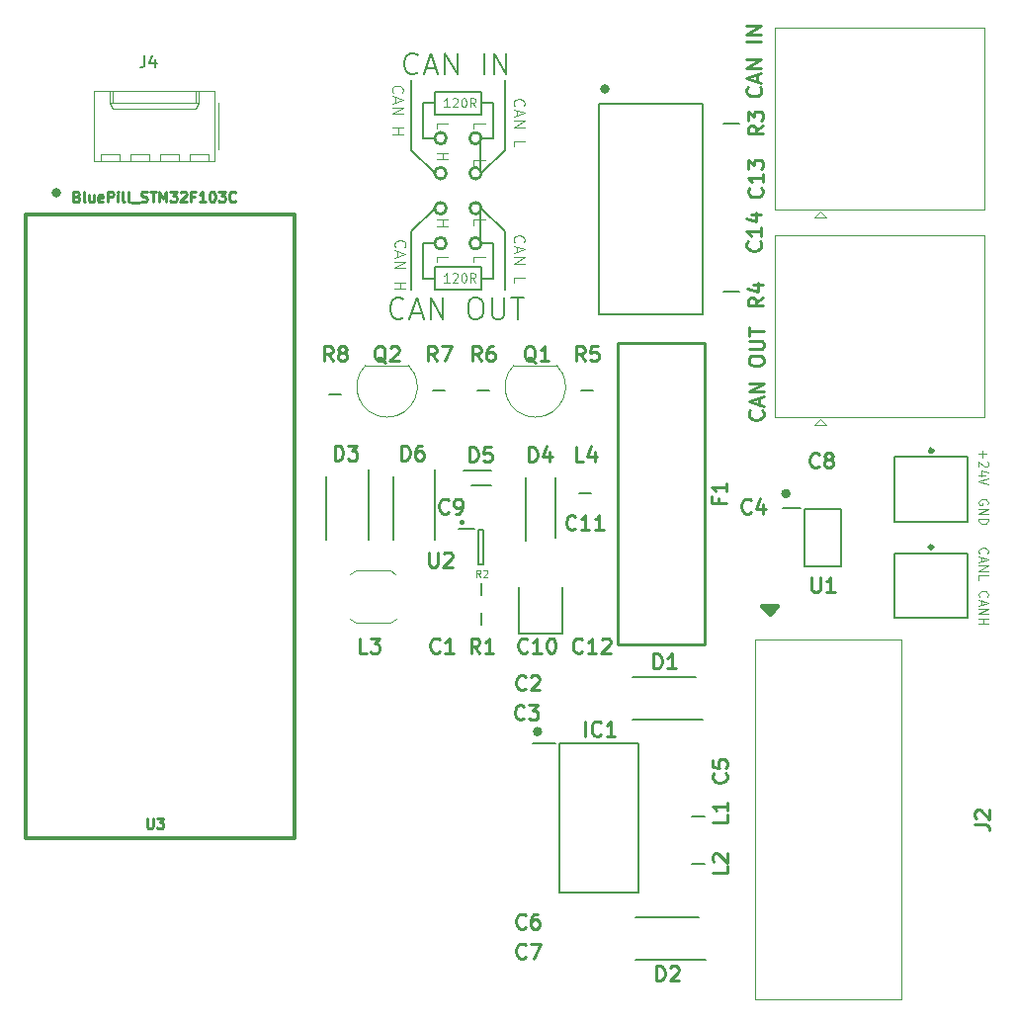
<source format=gbr>
G04 #@! TF.GenerationSoftware,KiCad,Pcbnew,5.0.2-bee76a0~70~ubuntu18.04.1*
G04 #@! TF.CreationDate,2019-11-25T15:04:39+01:00*
G04 #@! TF.ProjectId,RS232CInterface.kicad_pcb,52533233-3243-4496-9e74-657266616365,rev?*
G04 #@! TF.SameCoordinates,Original*
G04 #@! TF.FileFunction,Legend,Top*
G04 #@! TF.FilePolarity,Positive*
%FSLAX46Y46*%
G04 Gerber Fmt 4.6, Leading zero omitted, Abs format (unit mm)*
G04 Created by KiCad (PCBNEW 5.0.2-bee76a0~70~ubuntu18.04.1) date Mon 25 Nov 2019 03:04:39 PM CET*
%MOMM*%
%LPD*%
G01*
G04 APERTURE LIST*
%ADD10C,0.400000*%
%ADD11C,0.080000*%
%ADD12C,0.200000*%
%ADD13C,0.101600*%
%ADD14C,0.254000*%
%ADD15C,0.150000*%
%ADD16C,0.193040*%
%ADD17C,0.081280*%
%ADD18C,0.304800*%
%ADD19C,0.120000*%
%ADD20C,0.300000*%
%ADD21C,0.127000*%
%ADD22C,0.100000*%
%ADD23C,0.222250*%
G04 APERTURE END LIST*
D10*
X170307000Y-83439000D02*
X170307000Y-82804000D01*
X170942000Y-82804000D02*
X170307000Y-83439000D01*
X169672000Y-82804000D02*
X170942000Y-82804000D01*
X170307000Y-83439000D02*
X169672000Y-82804000D01*
X143891000Y-75565000D02*
G75*
G03X143891000Y-75565000I0J0D01*
G01*
X171904000Y-73152000D02*
G75*
G03X171904000Y-73152000I-200000J0D01*
G01*
X150631500Y-93535500D02*
G75*
G03X150631500Y-93535500I-200000J0D01*
G01*
X156410000Y-38481000D02*
G75*
G03X156410000Y-38481000I-200000J0D01*
G01*
D11*
X188309285Y-81997666D02*
X188271190Y-81959571D01*
X188233095Y-81845285D01*
X188233095Y-81769095D01*
X188271190Y-81654809D01*
X188347380Y-81578619D01*
X188423571Y-81540523D01*
X188575952Y-81502428D01*
X188690238Y-81502428D01*
X188842619Y-81540523D01*
X188918809Y-81578619D01*
X188995000Y-81654809D01*
X189033095Y-81769095D01*
X189033095Y-81845285D01*
X188995000Y-81959571D01*
X188956904Y-81997666D01*
X188461666Y-82302428D02*
X188461666Y-82683380D01*
X188233095Y-82226238D02*
X189033095Y-82492904D01*
X188233095Y-82759571D01*
X188233095Y-83026238D02*
X189033095Y-83026238D01*
X188233095Y-83483380D01*
X189033095Y-83483380D01*
X188233095Y-83864333D02*
X189033095Y-83864333D01*
X188652142Y-83864333D02*
X188652142Y-84321476D01*
X188233095Y-84321476D02*
X189033095Y-84321476D01*
X188309285Y-78282904D02*
X188271190Y-78244809D01*
X188233095Y-78130523D01*
X188233095Y-78054333D01*
X188271190Y-77940047D01*
X188347380Y-77863857D01*
X188423571Y-77825761D01*
X188575952Y-77787666D01*
X188690238Y-77787666D01*
X188842619Y-77825761D01*
X188918809Y-77863857D01*
X188995000Y-77940047D01*
X189033095Y-78054333D01*
X189033095Y-78130523D01*
X188995000Y-78244809D01*
X188956904Y-78282904D01*
X188461666Y-78587666D02*
X188461666Y-78968619D01*
X188233095Y-78511476D02*
X189033095Y-78778142D01*
X188233095Y-79044809D01*
X188233095Y-79311476D02*
X189033095Y-79311476D01*
X188233095Y-79768619D01*
X189033095Y-79768619D01*
X188233095Y-80530523D02*
X188233095Y-80149571D01*
X189033095Y-80149571D01*
X188995000Y-74066476D02*
X189033095Y-73990285D01*
X189033095Y-73876000D01*
X188995000Y-73761714D01*
X188918809Y-73685523D01*
X188842619Y-73647428D01*
X188690238Y-73609333D01*
X188575952Y-73609333D01*
X188423571Y-73647428D01*
X188347380Y-73685523D01*
X188271190Y-73761714D01*
X188233095Y-73876000D01*
X188233095Y-73952190D01*
X188271190Y-74066476D01*
X188309285Y-74104571D01*
X188575952Y-74104571D01*
X188575952Y-73952190D01*
X188233095Y-74447428D02*
X189033095Y-74447428D01*
X188233095Y-74904571D01*
X189033095Y-74904571D01*
X188233095Y-75285523D02*
X189033095Y-75285523D01*
X189033095Y-75476000D01*
X188995000Y-75590285D01*
X188918809Y-75666476D01*
X188842619Y-75704571D01*
X188690238Y-75742666D01*
X188575952Y-75742666D01*
X188423571Y-75704571D01*
X188347380Y-75666476D01*
X188271190Y-75590285D01*
X188233095Y-75476000D01*
X188233095Y-75285523D01*
X188995000Y-74066476D02*
X189033095Y-73990285D01*
X189033095Y-73876000D01*
X188995000Y-73761714D01*
X188918809Y-73685523D01*
X188842619Y-73647428D01*
X188690238Y-73609333D01*
X188575952Y-73609333D01*
X188423571Y-73647428D01*
X188347380Y-73685523D01*
X188271190Y-73761714D01*
X188233095Y-73876000D01*
X188233095Y-73952190D01*
X188271190Y-74066476D01*
X188309285Y-74104571D01*
X188575952Y-74104571D01*
X188575952Y-73952190D01*
X188233095Y-74447428D02*
X189033095Y-74447428D01*
X188233095Y-74904571D01*
X189033095Y-74904571D01*
X188233095Y-75285523D02*
X189033095Y-75285523D01*
X189033095Y-75476000D01*
X188995000Y-75590285D01*
X188918809Y-75666476D01*
X188842619Y-75704571D01*
X188690238Y-75742666D01*
X188575952Y-75742666D01*
X188423571Y-75704571D01*
X188347380Y-75666476D01*
X188271190Y-75590285D01*
X188233095Y-75476000D01*
X188233095Y-75285523D01*
X188537857Y-69456476D02*
X188537857Y-70066000D01*
X188233095Y-69761238D02*
X188842619Y-69761238D01*
X188956904Y-70408857D02*
X188995000Y-70446952D01*
X189033095Y-70523142D01*
X189033095Y-70713619D01*
X188995000Y-70789809D01*
X188956904Y-70827904D01*
X188880714Y-70866000D01*
X188804523Y-70866000D01*
X188690238Y-70827904D01*
X188233095Y-70370761D01*
X188233095Y-70866000D01*
X188766428Y-71551714D02*
X188233095Y-71551714D01*
X189071190Y-71361238D02*
X188499761Y-71170761D01*
X188499761Y-71666000D01*
X189033095Y-71856476D02*
X188233095Y-72123142D01*
X189033095Y-72389809D01*
D10*
X109420000Y-47371000D02*
G75*
G03X109420000Y-47371000I-200000J0D01*
G01*
D12*
X145542000Y-45593000D02*
X145542000Y-43053000D01*
D13*
X144952961Y-50158468D02*
X144952961Y-49698849D01*
X145918161Y-49698849D01*
X141777961Y-53333468D02*
X141777961Y-52873849D01*
X142743161Y-52873849D01*
X144952961Y-45078468D02*
X144952961Y-44618849D01*
X145918161Y-44618849D01*
X141777961Y-41903468D02*
X141777961Y-41443849D01*
X142743161Y-41443849D01*
X144952961Y-41903468D02*
X144952961Y-41443849D01*
X145918161Y-41443849D01*
X144952961Y-53333468D02*
X144952961Y-52873849D01*
X145918161Y-52873849D01*
X141777961Y-49698849D02*
X142743161Y-49698849D01*
X142283542Y-49698849D02*
X142283542Y-50250392D01*
X141777961Y-50250392D02*
X142743161Y-50250392D01*
X141777961Y-43983849D02*
X142743161Y-43983849D01*
X142283542Y-43983849D02*
X142283542Y-44535392D01*
X141777961Y-44535392D02*
X142743161Y-44535392D01*
X148473885Y-51647392D02*
X148427923Y-51601430D01*
X148381961Y-51463544D01*
X148381961Y-51371620D01*
X148427923Y-51233735D01*
X148519847Y-51141811D01*
X148611771Y-51095849D01*
X148795619Y-51049887D01*
X148933504Y-51049887D01*
X149117352Y-51095849D01*
X149209276Y-51141811D01*
X149301200Y-51233735D01*
X149347161Y-51371620D01*
X149347161Y-51463544D01*
X149301200Y-51601430D01*
X149255238Y-51647392D01*
X148657733Y-52015087D02*
X148657733Y-52474706D01*
X148381961Y-51923163D02*
X149347161Y-52244897D01*
X148381961Y-52566630D01*
X148381961Y-52888363D02*
X149347161Y-52888363D01*
X148381961Y-53439906D01*
X149347161Y-53439906D01*
X148381961Y-55094535D02*
X148381961Y-54634916D01*
X149347161Y-54634916D01*
X138059885Y-38820392D02*
X138013923Y-38774430D01*
X137967961Y-38636544D01*
X137967961Y-38544620D01*
X138013923Y-38406735D01*
X138105847Y-38314811D01*
X138197771Y-38268849D01*
X138381619Y-38222887D01*
X138519504Y-38222887D01*
X138703352Y-38268849D01*
X138795276Y-38314811D01*
X138887200Y-38406735D01*
X138933161Y-38544620D01*
X138933161Y-38636544D01*
X138887200Y-38774430D01*
X138841238Y-38820392D01*
X138243733Y-39188087D02*
X138243733Y-39647706D01*
X137967961Y-39096163D02*
X138933161Y-39417897D01*
X137967961Y-39739630D01*
X137967961Y-40061363D02*
X138933161Y-40061363D01*
X137967961Y-40612906D01*
X138933161Y-40612906D01*
X137967961Y-41807916D02*
X138933161Y-41807916D01*
X138473542Y-41807916D02*
X138473542Y-42359459D01*
X137967961Y-42359459D02*
X138933161Y-42359459D01*
D14*
X145624734Y-48706505D02*
G75*
G03X145624734Y-48706505I-500000J0D01*
G01*
X142624734Y-48706505D02*
G75*
G03X142624734Y-48706505I-500000J0D01*
G01*
D15*
X145624734Y-39706505D02*
X145624734Y-40706505D01*
X141624734Y-54706505D02*
X141624734Y-55706505D01*
X140624734Y-54706505D02*
X141624734Y-54706505D01*
D14*
X142624734Y-45706505D02*
G75*
G03X142624734Y-45706505I-500000J0D01*
G01*
X145624734Y-45706505D02*
G75*
G03X145624734Y-45706505I-500000J0D01*
G01*
D15*
X140624734Y-39706505D02*
X140624734Y-42706505D01*
X141624734Y-39706505D02*
X140624734Y-39706505D01*
X141624734Y-38706505D02*
X145624734Y-38706505D01*
D16*
X138938679Y-58031017D02*
X138851351Y-58118344D01*
X138589369Y-58205672D01*
X138414713Y-58205672D01*
X138152730Y-58118344D01*
X137978075Y-57943689D01*
X137890748Y-57769034D01*
X137803420Y-57419723D01*
X137803420Y-57157740D01*
X137890748Y-56808430D01*
X137978075Y-56633775D01*
X138152730Y-56459120D01*
X138414713Y-56371792D01*
X138589369Y-56371792D01*
X138851351Y-56459120D01*
X138938679Y-56546447D01*
X139637300Y-57681706D02*
X140510576Y-57681706D01*
X139462645Y-58205672D02*
X140073938Y-56371792D01*
X140685231Y-58205672D01*
X141296525Y-58205672D02*
X141296525Y-56371792D01*
X142344456Y-58205672D01*
X142344456Y-56371792D01*
X144964285Y-56371792D02*
X145313595Y-56371792D01*
X145488250Y-56459120D01*
X145662906Y-56633775D01*
X145750233Y-56983085D01*
X145750233Y-57594379D01*
X145662906Y-57943689D01*
X145488250Y-58118344D01*
X145313595Y-58205672D01*
X144964285Y-58205672D01*
X144789630Y-58118344D01*
X144614974Y-57943689D01*
X144527647Y-57594379D01*
X144527647Y-56983085D01*
X144614974Y-56633775D01*
X144789630Y-56459120D01*
X144964285Y-56371792D01*
X146536182Y-56371792D02*
X146536182Y-57856361D01*
X146623510Y-58031017D01*
X146710837Y-58118344D01*
X146885492Y-58205672D01*
X147234803Y-58205672D01*
X147409458Y-58118344D01*
X147496786Y-58031017D01*
X147584113Y-57856361D01*
X147584113Y-56371792D01*
X148195407Y-56371792D02*
X149243338Y-56371792D01*
X148719372Y-58205672D02*
X148719372Y-56371792D01*
D15*
X141624734Y-39706505D02*
X141624734Y-38706505D01*
X141624734Y-40706505D02*
X141624734Y-39706505D01*
D13*
X138262619Y-52053897D02*
X138216657Y-52007935D01*
X138170695Y-51870049D01*
X138170695Y-51778125D01*
X138216657Y-51640240D01*
X138308581Y-51548316D01*
X138400505Y-51502354D01*
X138584353Y-51456392D01*
X138722238Y-51456392D01*
X138906086Y-51502354D01*
X138998010Y-51548316D01*
X139089934Y-51640240D01*
X139135895Y-51778125D01*
X139135895Y-51870049D01*
X139089934Y-52007935D01*
X139043972Y-52053897D01*
X138446467Y-52421592D02*
X138446467Y-52881211D01*
X138170695Y-52329668D02*
X139135895Y-52651402D01*
X138170695Y-52973135D01*
X138170695Y-53294868D02*
X139135895Y-53294868D01*
X138170695Y-53846411D01*
X139135895Y-53846411D01*
X138170695Y-55041421D02*
X139135895Y-55041421D01*
X138676276Y-55041421D02*
X138676276Y-55592964D01*
X138170695Y-55592964D02*
X139135895Y-55592964D01*
D15*
X141624734Y-54706505D02*
X141624734Y-53706505D01*
X146624734Y-51706505D02*
X145624734Y-51706505D01*
D14*
X142624734Y-51706505D02*
G75*
G03X142624734Y-51706505I-500000J0D01*
G01*
X145624734Y-51706505D02*
G75*
G03X145624734Y-51706505I-500000J0D01*
G01*
D13*
X148473885Y-39963392D02*
X148427923Y-39917430D01*
X148381961Y-39779544D01*
X148381961Y-39687620D01*
X148427923Y-39549735D01*
X148519847Y-39457811D01*
X148611771Y-39411849D01*
X148795619Y-39365887D01*
X148933504Y-39365887D01*
X149117352Y-39411849D01*
X149209276Y-39457811D01*
X149301200Y-39549735D01*
X149347161Y-39687620D01*
X149347161Y-39779544D01*
X149301200Y-39917430D01*
X149255238Y-39963392D01*
X148657733Y-40331087D02*
X148657733Y-40790706D01*
X148381961Y-40239163D02*
X149347161Y-40560897D01*
X148381961Y-40882630D01*
X148381961Y-41204363D02*
X149347161Y-41204363D01*
X148381961Y-41755906D01*
X149347161Y-41755906D01*
X148381961Y-43410535D02*
X148381961Y-42950916D01*
X149347161Y-42950916D01*
D15*
X147624734Y-50706505D02*
X147624734Y-55706505D01*
X145624734Y-48706505D02*
X147624734Y-50706505D01*
X145624734Y-53706505D02*
X145624734Y-54706505D01*
X141624734Y-53706505D02*
X145624734Y-53706505D01*
X145624734Y-55706505D02*
X145624734Y-54706505D01*
X141624734Y-55706505D02*
X145624734Y-55706505D01*
X139624734Y-50706505D02*
X139624734Y-55706505D01*
X141624734Y-48706505D02*
X139624734Y-50706505D01*
X139624734Y-43706505D02*
X139624734Y-37706505D01*
X145624734Y-42706505D02*
X146624734Y-42706505D01*
X140624734Y-42706505D02*
X141624734Y-42706505D01*
X146624734Y-39706505D02*
X145624734Y-39706505D01*
X146624734Y-42706505D02*
X146624734Y-39706505D01*
X146624734Y-54706505D02*
X146624734Y-51706505D01*
X145624734Y-54706505D02*
X146624734Y-54706505D01*
X145624734Y-38706505D02*
X145624734Y-39706505D01*
D17*
X142867478Y-40042735D02*
X142426244Y-40042735D01*
X142646861Y-40042735D02*
X142646861Y-39270575D01*
X142573322Y-39380884D01*
X142499783Y-39454423D01*
X142426244Y-39491192D01*
X143161634Y-39344114D02*
X143198404Y-39307345D01*
X143271943Y-39270575D01*
X143455790Y-39270575D01*
X143529329Y-39307345D01*
X143566099Y-39344114D01*
X143602868Y-39417653D01*
X143602868Y-39491192D01*
X143566099Y-39601501D01*
X143124865Y-40042735D01*
X143602868Y-40042735D01*
X144080872Y-39270575D02*
X144154411Y-39270575D01*
X144227950Y-39307345D01*
X144264720Y-39344114D01*
X144301489Y-39417653D01*
X144338259Y-39564731D01*
X144338259Y-39748579D01*
X144301489Y-39895657D01*
X144264720Y-39969196D01*
X144227950Y-40005965D01*
X144154411Y-40042735D01*
X144080872Y-40042735D01*
X144007333Y-40005965D01*
X143970564Y-39969196D01*
X143933794Y-39895657D01*
X143897025Y-39748579D01*
X143897025Y-39564731D01*
X143933794Y-39417653D01*
X143970564Y-39344114D01*
X144007333Y-39307345D01*
X144080872Y-39270575D01*
X145110419Y-40042735D02*
X144853032Y-39675040D01*
X144669185Y-40042735D02*
X144669185Y-39270575D01*
X144963341Y-39270575D01*
X145036880Y-39307345D01*
X145073649Y-39344114D01*
X145110419Y-39417653D01*
X145110419Y-39527962D01*
X145073649Y-39601501D01*
X145036880Y-39638270D01*
X144963341Y-39675040D01*
X144669185Y-39675040D01*
X142867478Y-55042735D02*
X142426244Y-55042735D01*
X142646861Y-55042735D02*
X142646861Y-54270575D01*
X142573322Y-54380884D01*
X142499783Y-54454423D01*
X142426244Y-54491192D01*
X143161634Y-54344114D02*
X143198404Y-54307345D01*
X143271943Y-54270575D01*
X143455790Y-54270575D01*
X143529329Y-54307345D01*
X143566099Y-54344114D01*
X143602868Y-54417653D01*
X143602868Y-54491192D01*
X143566099Y-54601501D01*
X143124865Y-55042735D01*
X143602868Y-55042735D01*
X144080872Y-54270575D02*
X144154411Y-54270575D01*
X144227950Y-54307345D01*
X144264720Y-54344114D01*
X144301489Y-54417653D01*
X144338259Y-54564731D01*
X144338259Y-54748579D01*
X144301489Y-54895657D01*
X144264720Y-54969196D01*
X144227950Y-55005965D01*
X144154411Y-55042735D01*
X144080872Y-55042735D01*
X144007333Y-55005965D01*
X143970564Y-54969196D01*
X143933794Y-54895657D01*
X143897025Y-54748579D01*
X143897025Y-54564731D01*
X143933794Y-54417653D01*
X143970564Y-54344114D01*
X144007333Y-54307345D01*
X144080872Y-54270575D01*
X145110419Y-55042735D02*
X144853032Y-54675040D01*
X144669185Y-55042735D02*
X144669185Y-54270575D01*
X144963341Y-54270575D01*
X145036880Y-54307345D01*
X145073649Y-54344114D01*
X145110419Y-54417653D01*
X145110419Y-54527962D01*
X145073649Y-54601501D01*
X145036880Y-54638270D01*
X144963341Y-54675040D01*
X144669185Y-54675040D01*
D15*
X145542000Y-48768000D02*
X145542000Y-51308000D01*
D16*
X140167045Y-37076017D02*
X140079717Y-37163344D01*
X139817735Y-37250672D01*
X139643079Y-37250672D01*
X139381096Y-37163344D01*
X139206441Y-36988689D01*
X139119114Y-36814034D01*
X139031786Y-36464723D01*
X139031786Y-36202740D01*
X139119114Y-35853430D01*
X139206441Y-35678775D01*
X139381096Y-35504120D01*
X139643079Y-35416792D01*
X139817735Y-35416792D01*
X140079717Y-35504120D01*
X140167045Y-35591447D01*
X140865666Y-36726706D02*
X141738942Y-36726706D01*
X140691011Y-37250672D02*
X141302304Y-35416792D01*
X141913597Y-37250672D01*
X142524891Y-37250672D02*
X142524891Y-35416792D01*
X143572822Y-37250672D01*
X143572822Y-35416792D01*
X145843340Y-37250672D02*
X145843340Y-35416792D01*
X146716616Y-37250672D02*
X146716616Y-35416792D01*
X147764548Y-37250672D01*
X147764548Y-35416792D01*
D15*
X141624734Y-45706505D02*
X139624734Y-43706505D01*
X147624734Y-43706505D02*
X147624734Y-37706505D01*
X145624734Y-45706505D02*
X147624734Y-43706505D01*
X140624734Y-51706505D02*
X140624734Y-54706505D01*
X141624734Y-51706505D02*
X140624734Y-51706505D01*
X145624734Y-40706505D02*
X141624734Y-40706505D01*
D14*
X145624734Y-42706505D02*
G75*
G03X145624734Y-42706505I-500000J0D01*
G01*
X142624734Y-42706505D02*
G75*
G03X142624734Y-42706505I-500000J0D01*
G01*
D12*
G04 #@! TO.C,.1*
X155702000Y-39751000D02*
X155702000Y-57785000D01*
X155702000Y-57785000D02*
X164592000Y-57785000D01*
X164595000Y-57701000D02*
X164595000Y-39731000D01*
X164592000Y-39751000D02*
X155702000Y-39751000D01*
D18*
G04 #@! TO.C,U3*
X129610000Y-49226000D02*
X129610000Y-102626000D01*
X129610000Y-102626000D02*
X106610000Y-102626000D01*
X106610000Y-102626000D02*
X106610000Y-49226000D01*
X106610000Y-49226000D02*
X129610000Y-49226000D01*
D12*
G04 #@! TO.C,D2*
X164246000Y-109440000D02*
X158842000Y-109440000D01*
X158842000Y-113064000D02*
X164819000Y-113064000D01*
D19*
G04 #@! TO.C,CAN OUT*
X175125000Y-67246000D02*
X174625000Y-66746000D01*
X174125000Y-67246000D02*
X175125000Y-67246000D01*
X174625000Y-66746000D02*
X174125000Y-67246000D01*
X188705000Y-66561000D02*
X188705000Y-51041000D01*
X170745000Y-51041000D02*
X188705000Y-51041000D01*
X170745000Y-51041000D02*
X170745000Y-66561000D01*
X170745000Y-66561000D02*
X188705000Y-66561000D01*
D12*
G04 #@! TO.C,U1*
X173279000Y-74512000D02*
X176479000Y-74512000D01*
X176479000Y-74512000D02*
X176479000Y-79412000D01*
X176479000Y-79412000D02*
X173279000Y-79412000D01*
X173279000Y-79412000D02*
X173279000Y-74512000D01*
X171404000Y-74357000D02*
X172929000Y-74357000D01*
G04 #@! TO.C,IC1*
X152287212Y-94512174D02*
X159087212Y-94512174D01*
X159087212Y-94512174D02*
X159087212Y-107312174D01*
X159087212Y-107312174D02*
X152287212Y-107312174D01*
X152287212Y-107312174D02*
X152287212Y-94512174D01*
X150012212Y-94522174D02*
X151937212Y-94522174D01*
D20*
G04 #@! TO.C,Power*
X184300000Y-69471000D02*
G75*
G03X184300000Y-69471000I-150000J0D01*
G01*
D21*
X181050000Y-70001000D02*
X187250000Y-70001000D01*
X181050000Y-75541000D02*
X181050000Y-70001000D01*
X187250000Y-75541000D02*
X181050000Y-75541000D01*
X187250000Y-70001000D02*
X187250000Y-75541000D01*
D12*
G04 #@! TO.C,C10*
X148835192Y-81164985D02*
X148835192Y-85164985D01*
X148835192Y-85164985D02*
X152535192Y-85164985D01*
X152535192Y-85164985D02*
X152535192Y-81164985D01*
G04 #@! TO.C,D1*
X158588000Y-92490000D02*
X164565000Y-92490000D01*
X163992000Y-88866000D02*
X158588000Y-88866000D01*
G04 #@! TO.C,D3*
X135987192Y-77061985D02*
X135987192Y-71084985D01*
X132363192Y-71657985D02*
X132363192Y-77061985D01*
G04 #@! TO.C,D4*
X149405192Y-71789985D02*
X149405192Y-77209985D01*
X151965192Y-76929985D02*
X151965192Y-71789985D01*
G04 #@! TO.C,D5*
X144055192Y-71194985D02*
X146455192Y-71194985D01*
X144755192Y-72444985D02*
X146455192Y-72444985D01*
G04 #@! TO.C,D6*
X141668192Y-77059985D02*
X141668192Y-71059985D01*
X138112192Y-71659985D02*
X138112192Y-77059985D01*
D20*
G04 #@! TO.C,J1*
X184300000Y-77726000D02*
G75*
G03X184300000Y-77726000I-150000J0D01*
G01*
D21*
X181050000Y-78256000D02*
X187250000Y-78256000D01*
X181050000Y-83796000D02*
X181050000Y-78256000D01*
X187250000Y-83796000D02*
X181050000Y-83796000D01*
X187250000Y-78256000D02*
X187250000Y-83796000D01*
D22*
G04 #@! TO.C,J2*
X169108000Y-116444000D02*
X169108000Y-85644000D01*
X169108000Y-85644000D02*
X181608000Y-85644000D01*
X181608000Y-85644000D02*
X181608000Y-116444000D01*
X181608000Y-116444000D02*
X169108000Y-116444000D01*
D12*
G04 #@! TO.C,L1*
X164716931Y-100767490D02*
X163666931Y-100767490D01*
G04 #@! TO.C,L2*
X163666931Y-104842490D02*
X164716931Y-104842490D01*
G04 #@! TO.C,L4*
X153970192Y-73089985D02*
X155020192Y-73089985D01*
G04 #@! TO.C,R3*
X167719634Y-41422719D02*
X166369634Y-41422719D01*
G04 #@! TO.C,R4*
X166369634Y-55847719D02*
X167719634Y-55847719D01*
G04 #@! TO.C,U2*
X145405192Y-76274000D02*
X145805192Y-76274000D01*
X145805192Y-76274000D02*
X145805192Y-79174000D01*
X145805192Y-79174000D02*
X145405192Y-79174000D01*
X145405192Y-79174000D02*
X145405192Y-76274000D01*
X143655192Y-76124000D02*
X145055192Y-76124000D01*
G04 #@! TO.C,R1*
X145605192Y-83359985D02*
X145605192Y-84409985D01*
G04 #@! TO.C,R2*
X145605192Y-80819985D02*
X145605192Y-81869985D01*
D19*
G04 #@! TO.C,J4*
X122792000Y-44686000D02*
X122792000Y-38666000D01*
X122792000Y-38666000D02*
X112412000Y-38666000D01*
X112412000Y-38666000D02*
X112412000Y-44686000D01*
X112412000Y-44686000D02*
X122792000Y-44686000D01*
X123082000Y-43656000D02*
X123082000Y-39656000D01*
X121412000Y-38666000D02*
X121412000Y-39666000D01*
X121412000Y-39666000D02*
X113792000Y-39666000D01*
X113792000Y-39666000D02*
X113792000Y-38666000D01*
X121412000Y-39666000D02*
X121162000Y-40196000D01*
X121162000Y-40196000D02*
X114042000Y-40196000D01*
X114042000Y-40196000D02*
X113792000Y-39666000D01*
X121162000Y-38666000D02*
X121162000Y-39666000D01*
X114042000Y-38666000D02*
X114042000Y-39666000D01*
X122212000Y-44686000D02*
X122212000Y-44086000D01*
X122212000Y-44086000D02*
X120612000Y-44086000D01*
X120612000Y-44086000D02*
X120612000Y-44686000D01*
X119672000Y-44686000D02*
X119672000Y-44086000D01*
X119672000Y-44086000D02*
X118072000Y-44086000D01*
X118072000Y-44086000D02*
X118072000Y-44686000D01*
X117132000Y-44686000D02*
X117132000Y-44086000D01*
X117132000Y-44086000D02*
X115532000Y-44086000D01*
X115532000Y-44086000D02*
X115532000Y-44686000D01*
X114592000Y-44686000D02*
X114592000Y-44086000D01*
X114592000Y-44086000D02*
X112992000Y-44086000D01*
X112992000Y-44086000D02*
X112992000Y-44686000D01*
D14*
G04 #@! TO.C,F1*
X157286000Y-86052000D02*
X157286000Y-60252000D01*
X157286000Y-60252000D02*
X164786000Y-60252000D01*
X164786000Y-60252000D02*
X164786000Y-86052000D01*
X164786000Y-86052000D02*
X157286000Y-86052000D01*
D22*
G04 #@! TO.C,L3*
X138334192Y-83879985D02*
X137834192Y-84204985D01*
X137834192Y-84204985D02*
X134834192Y-84204985D01*
X134834192Y-84204985D02*
X134334192Y-83879985D01*
X138234192Y-80079985D02*
X137834192Y-79754985D01*
X137834192Y-79754985D02*
X134834192Y-79754985D01*
X134834192Y-79754985D02*
X134334192Y-80079985D01*
D19*
G04 #@! TO.C,CAN IN*
X170745000Y-48781000D02*
X188705000Y-48781000D01*
X170745000Y-33261000D02*
X170745000Y-48781000D01*
X170745000Y-33261000D02*
X188705000Y-33261000D01*
X188705000Y-48781000D02*
X188705000Y-33261000D01*
X174625000Y-48966000D02*
X174125000Y-49466000D01*
X174125000Y-49466000D02*
X175125000Y-49466000D01*
X175125000Y-49466000D02*
X174625000Y-48966000D01*
G04 #@! TO.C,Q1*
X148402522Y-62169522D02*
G75*
G03X150241000Y-66608000I1838478J-1838478D01*
G01*
X152079478Y-62169522D02*
G75*
G02X150241000Y-66608000I-1838478J-1838478D01*
G01*
X152041000Y-62158000D02*
X148441000Y-62158000D01*
G04 #@! TO.C,Q2*
X139341000Y-62158000D02*
X135741000Y-62158000D01*
X139379478Y-62169522D02*
G75*
G02X137541000Y-66608000I-1838478J-1838478D01*
G01*
X135702522Y-62169522D02*
G75*
G03X137541000Y-66608000I1838478J-1838478D01*
G01*
D12*
G04 #@! TO.C,R5*
X154161000Y-64328000D02*
X155211000Y-64328000D01*
G04 #@! TO.C,R6*
X145271000Y-64328000D02*
X146321000Y-64328000D01*
G04 #@! TO.C,R7*
X141461000Y-64328000D02*
X142511000Y-64328000D01*
G04 #@! TO.C,R8*
X132571000Y-64643000D02*
X133621000Y-64643000D01*
G04 #@! TO.C,U3*
D23*
X116975466Y-100935366D02*
X116975466Y-101655033D01*
X117017800Y-101739700D01*
X117060133Y-101782033D01*
X117144800Y-101824366D01*
X117314133Y-101824366D01*
X117398800Y-101782033D01*
X117441133Y-101739700D01*
X117483466Y-101655033D01*
X117483466Y-100935366D01*
X117822133Y-100935366D02*
X118372466Y-100935366D01*
X118076133Y-101274033D01*
X118203133Y-101274033D01*
X118287800Y-101316366D01*
X118330133Y-101358700D01*
X118372466Y-101443366D01*
X118372466Y-101655033D01*
X118330133Y-101739700D01*
X118287800Y-101782033D01*
X118203133Y-101824366D01*
X117949133Y-101824366D01*
X117864466Y-101782033D01*
X117822133Y-101739700D01*
D18*
D23*
X110976833Y-47688500D02*
X111103833Y-47730833D01*
X111146166Y-47773166D01*
X111188500Y-47857833D01*
X111188500Y-47984833D01*
X111146166Y-48069500D01*
X111103833Y-48111833D01*
X111019166Y-48154166D01*
X110680500Y-48154166D01*
X110680500Y-47265166D01*
X110976833Y-47265166D01*
X111061500Y-47307500D01*
X111103833Y-47349833D01*
X111146166Y-47434500D01*
X111146166Y-47519166D01*
X111103833Y-47603833D01*
X111061500Y-47646166D01*
X110976833Y-47688500D01*
X110680500Y-47688500D01*
X111696500Y-48154166D02*
X111611833Y-48111833D01*
X111569500Y-48027166D01*
X111569500Y-47265166D01*
X112416166Y-47561500D02*
X112416166Y-48154166D01*
X112035166Y-47561500D02*
X112035166Y-48027166D01*
X112077500Y-48111833D01*
X112162166Y-48154166D01*
X112289166Y-48154166D01*
X112373833Y-48111833D01*
X112416166Y-48069500D01*
X113178166Y-48111833D02*
X113093500Y-48154166D01*
X112924166Y-48154166D01*
X112839500Y-48111833D01*
X112797166Y-48027166D01*
X112797166Y-47688500D01*
X112839500Y-47603833D01*
X112924166Y-47561500D01*
X113093500Y-47561500D01*
X113178166Y-47603833D01*
X113220500Y-47688500D01*
X113220500Y-47773166D01*
X112797166Y-47857833D01*
X113601500Y-48154166D02*
X113601500Y-47265166D01*
X113940166Y-47265166D01*
X114024833Y-47307500D01*
X114067166Y-47349833D01*
X114109500Y-47434500D01*
X114109500Y-47561500D01*
X114067166Y-47646166D01*
X114024833Y-47688500D01*
X113940166Y-47730833D01*
X113601500Y-47730833D01*
X114490500Y-48154166D02*
X114490500Y-47561500D01*
X114490500Y-47265166D02*
X114448166Y-47307500D01*
X114490500Y-47349833D01*
X114532833Y-47307500D01*
X114490500Y-47265166D01*
X114490500Y-47349833D01*
X115040833Y-48154166D02*
X114956166Y-48111833D01*
X114913833Y-48027166D01*
X114913833Y-47265166D01*
X115506500Y-48154166D02*
X115421833Y-48111833D01*
X115379500Y-48027166D01*
X115379500Y-47265166D01*
X115633500Y-48238833D02*
X116310833Y-48238833D01*
X116480166Y-48111833D02*
X116607166Y-48154166D01*
X116818833Y-48154166D01*
X116903500Y-48111833D01*
X116945833Y-48069500D01*
X116988166Y-47984833D01*
X116988166Y-47900166D01*
X116945833Y-47815500D01*
X116903500Y-47773166D01*
X116818833Y-47730833D01*
X116649500Y-47688500D01*
X116564833Y-47646166D01*
X116522500Y-47603833D01*
X116480166Y-47519166D01*
X116480166Y-47434500D01*
X116522500Y-47349833D01*
X116564833Y-47307500D01*
X116649500Y-47265166D01*
X116861166Y-47265166D01*
X116988166Y-47307500D01*
X117242166Y-47265166D02*
X117750166Y-47265166D01*
X117496166Y-48154166D02*
X117496166Y-47265166D01*
X118046500Y-48154166D02*
X118046500Y-47265166D01*
X118342833Y-47900166D01*
X118639166Y-47265166D01*
X118639166Y-48154166D01*
X118977833Y-47265166D02*
X119528166Y-47265166D01*
X119231833Y-47603833D01*
X119358833Y-47603833D01*
X119443500Y-47646166D01*
X119485833Y-47688500D01*
X119528166Y-47773166D01*
X119528166Y-47984833D01*
X119485833Y-48069500D01*
X119443500Y-48111833D01*
X119358833Y-48154166D01*
X119104833Y-48154166D01*
X119020166Y-48111833D01*
X118977833Y-48069500D01*
X119866833Y-47349833D02*
X119909166Y-47307500D01*
X119993833Y-47265166D01*
X120205500Y-47265166D01*
X120290166Y-47307500D01*
X120332500Y-47349833D01*
X120374833Y-47434500D01*
X120374833Y-47519166D01*
X120332500Y-47646166D01*
X119824500Y-48154166D01*
X120374833Y-48154166D01*
X121052166Y-47688500D02*
X120755833Y-47688500D01*
X120755833Y-48154166D02*
X120755833Y-47265166D01*
X121179166Y-47265166D01*
X121983500Y-48154166D02*
X121475500Y-48154166D01*
X121729500Y-48154166D02*
X121729500Y-47265166D01*
X121644833Y-47392166D01*
X121560166Y-47476833D01*
X121475500Y-47519166D01*
X122533833Y-47265166D02*
X122618500Y-47265166D01*
X122703166Y-47307500D01*
X122745500Y-47349833D01*
X122787833Y-47434500D01*
X122830166Y-47603833D01*
X122830166Y-47815500D01*
X122787833Y-47984833D01*
X122745500Y-48069500D01*
X122703166Y-48111833D01*
X122618500Y-48154166D01*
X122533833Y-48154166D01*
X122449166Y-48111833D01*
X122406833Y-48069500D01*
X122364500Y-47984833D01*
X122322166Y-47815500D01*
X122322166Y-47603833D01*
X122364500Y-47434500D01*
X122406833Y-47349833D01*
X122449166Y-47307500D01*
X122533833Y-47265166D01*
X123126500Y-47265166D02*
X123676833Y-47265166D01*
X123380500Y-47603833D01*
X123507500Y-47603833D01*
X123592166Y-47646166D01*
X123634500Y-47688500D01*
X123676833Y-47773166D01*
X123676833Y-47984833D01*
X123634500Y-48069500D01*
X123592166Y-48111833D01*
X123507500Y-48154166D01*
X123253500Y-48154166D01*
X123168833Y-48111833D01*
X123126500Y-48069500D01*
X124565833Y-48069500D02*
X124523500Y-48111833D01*
X124396500Y-48154166D01*
X124311833Y-48154166D01*
X124184833Y-48111833D01*
X124100166Y-48027166D01*
X124057833Y-47942500D01*
X124015500Y-47773166D01*
X124015500Y-47646166D01*
X124057833Y-47476833D01*
X124100166Y-47392166D01*
X124184833Y-47307500D01*
X124311833Y-47265166D01*
X124396500Y-47265166D01*
X124523500Y-47307500D01*
X124565833Y-47349833D01*
G04 #@! TO.C,D2*
D14*
X160606619Y-114874523D02*
X160606619Y-113604523D01*
X160909000Y-113604523D01*
X161090428Y-113665000D01*
X161211380Y-113785952D01*
X161271857Y-113906904D01*
X161332333Y-114148809D01*
X161332333Y-114330238D01*
X161271857Y-114572142D01*
X161211380Y-114693095D01*
X161090428Y-114814047D01*
X160909000Y-114874523D01*
X160606619Y-114874523D01*
X161816142Y-113725476D02*
X161876619Y-113665000D01*
X161997571Y-113604523D01*
X162299952Y-113604523D01*
X162420904Y-113665000D01*
X162481380Y-113725476D01*
X162541857Y-113846428D01*
X162541857Y-113967380D01*
X162481380Y-114148809D01*
X161755666Y-114874523D01*
X162541857Y-114874523D01*
G04 #@! TO.C,CAN OUT*
X169681071Y-66043023D02*
X169741547Y-66103500D01*
X169802023Y-66284928D01*
X169802023Y-66405880D01*
X169741547Y-66587309D01*
X169620595Y-66708261D01*
X169499642Y-66768738D01*
X169257738Y-66829214D01*
X169076309Y-66829214D01*
X168834404Y-66768738D01*
X168713452Y-66708261D01*
X168592500Y-66587309D01*
X168532023Y-66405880D01*
X168532023Y-66284928D01*
X168592500Y-66103500D01*
X168652976Y-66043023D01*
X169439166Y-65559214D02*
X169439166Y-64954452D01*
X169802023Y-65680166D02*
X168532023Y-65256833D01*
X169802023Y-64833500D01*
X169802023Y-64410166D02*
X168532023Y-64410166D01*
X169802023Y-63684452D01*
X168532023Y-63684452D01*
X168532023Y-61870166D02*
X168532023Y-61628261D01*
X168592500Y-61507309D01*
X168713452Y-61386357D01*
X168955357Y-61325880D01*
X169378690Y-61325880D01*
X169620595Y-61386357D01*
X169741547Y-61507309D01*
X169802023Y-61628261D01*
X169802023Y-61870166D01*
X169741547Y-61991119D01*
X169620595Y-62112071D01*
X169378690Y-62172547D01*
X168955357Y-62172547D01*
X168713452Y-62112071D01*
X168592500Y-61991119D01*
X168532023Y-61870166D01*
X168532023Y-60781595D02*
X169560119Y-60781595D01*
X169681071Y-60721119D01*
X169741547Y-60660642D01*
X169802023Y-60539690D01*
X169802023Y-60297785D01*
X169741547Y-60176833D01*
X169681071Y-60116357D01*
X169560119Y-60055880D01*
X168532023Y-60055880D01*
X168532023Y-59632547D02*
X168532023Y-58906833D01*
X169802023Y-59269690D02*
X168532023Y-59269690D01*
G04 #@! TO.C,U1*
X173911380Y-80330523D02*
X173911380Y-81358619D01*
X173971857Y-81479571D01*
X174032333Y-81540047D01*
X174153285Y-81600523D01*
X174395190Y-81600523D01*
X174516142Y-81540047D01*
X174576619Y-81479571D01*
X174637095Y-81358619D01*
X174637095Y-80330523D01*
X175907095Y-81600523D02*
X175181380Y-81600523D01*
X175544238Y-81600523D02*
X175544238Y-80330523D01*
X175423285Y-80511952D01*
X175302333Y-80632904D01*
X175181380Y-80693380D01*
G04 #@! TO.C,IC1*
X154525738Y-93919523D02*
X154525738Y-92649523D01*
X155856214Y-93798571D02*
X155795738Y-93859047D01*
X155614309Y-93919523D01*
X155493357Y-93919523D01*
X155311928Y-93859047D01*
X155190976Y-93738095D01*
X155130500Y-93617142D01*
X155070023Y-93375238D01*
X155070023Y-93193809D01*
X155130500Y-92951904D01*
X155190976Y-92830952D01*
X155311928Y-92710000D01*
X155493357Y-92649523D01*
X155614309Y-92649523D01*
X155795738Y-92710000D01*
X155856214Y-92770476D01*
X157065738Y-93919523D02*
X156340023Y-93919523D01*
X156702880Y-93919523D02*
X156702880Y-92649523D01*
X156581928Y-92830952D01*
X156460976Y-92951904D01*
X156340023Y-93012380D01*
G04 #@! TO.C,C3*
X149267333Y-92401571D02*
X149206857Y-92462047D01*
X149025428Y-92522523D01*
X148904476Y-92522523D01*
X148723047Y-92462047D01*
X148602095Y-92341095D01*
X148541619Y-92220142D01*
X148481142Y-91978238D01*
X148481142Y-91796809D01*
X148541619Y-91554904D01*
X148602095Y-91433952D01*
X148723047Y-91313000D01*
X148904476Y-91252523D01*
X149025428Y-91252523D01*
X149206857Y-91313000D01*
X149267333Y-91373476D01*
X149690666Y-91252523D02*
X150476857Y-91252523D01*
X150053523Y-91736333D01*
X150234952Y-91736333D01*
X150355904Y-91796809D01*
X150416380Y-91857285D01*
X150476857Y-91978238D01*
X150476857Y-92280619D01*
X150416380Y-92401571D01*
X150355904Y-92462047D01*
X150234952Y-92522523D01*
X149872095Y-92522523D01*
X149751142Y-92462047D01*
X149690666Y-92401571D01*
G04 #@! TO.C,C4*
X168698333Y-74748571D02*
X168637857Y-74809047D01*
X168456428Y-74869523D01*
X168335476Y-74869523D01*
X168154047Y-74809047D01*
X168033095Y-74688095D01*
X167972619Y-74567142D01*
X167912142Y-74325238D01*
X167912142Y-74143809D01*
X167972619Y-73901904D01*
X168033095Y-73780952D01*
X168154047Y-73660000D01*
X168335476Y-73599523D01*
X168456428Y-73599523D01*
X168637857Y-73660000D01*
X168698333Y-73720476D01*
X169786904Y-74022857D02*
X169786904Y-74869523D01*
X169484523Y-73539047D02*
X169182142Y-74446190D01*
X169968333Y-74446190D01*
G04 #@! TO.C,C5*
X166569571Y-97112666D02*
X166630047Y-97173142D01*
X166690523Y-97354571D01*
X166690523Y-97475523D01*
X166630047Y-97656952D01*
X166509095Y-97777904D01*
X166388142Y-97838380D01*
X166146238Y-97898857D01*
X165964809Y-97898857D01*
X165722904Y-97838380D01*
X165601952Y-97777904D01*
X165481000Y-97656952D01*
X165420523Y-97475523D01*
X165420523Y-97354571D01*
X165481000Y-97173142D01*
X165541476Y-97112666D01*
X165420523Y-95963619D02*
X165420523Y-96568380D01*
X166025285Y-96628857D01*
X165964809Y-96568380D01*
X165904333Y-96447428D01*
X165904333Y-96145047D01*
X165964809Y-96024095D01*
X166025285Y-95963619D01*
X166146238Y-95903142D01*
X166448619Y-95903142D01*
X166569571Y-95963619D01*
X166630047Y-96024095D01*
X166690523Y-96145047D01*
X166690523Y-96447428D01*
X166630047Y-96568380D01*
X166569571Y-96628857D01*
G04 #@! TO.C,C6*
X149394333Y-110308571D02*
X149333857Y-110369047D01*
X149152428Y-110429523D01*
X149031476Y-110429523D01*
X148850047Y-110369047D01*
X148729095Y-110248095D01*
X148668619Y-110127142D01*
X148608142Y-109885238D01*
X148608142Y-109703809D01*
X148668619Y-109461904D01*
X148729095Y-109340952D01*
X148850047Y-109220000D01*
X149031476Y-109159523D01*
X149152428Y-109159523D01*
X149333857Y-109220000D01*
X149394333Y-109280476D01*
X150482904Y-109159523D02*
X150241000Y-109159523D01*
X150120047Y-109220000D01*
X150059571Y-109280476D01*
X149938619Y-109461904D01*
X149878142Y-109703809D01*
X149878142Y-110187619D01*
X149938619Y-110308571D01*
X149999095Y-110369047D01*
X150120047Y-110429523D01*
X150361952Y-110429523D01*
X150482904Y-110369047D01*
X150543380Y-110308571D01*
X150603857Y-110187619D01*
X150603857Y-109885238D01*
X150543380Y-109764285D01*
X150482904Y-109703809D01*
X150361952Y-109643333D01*
X150120047Y-109643333D01*
X149999095Y-109703809D01*
X149938619Y-109764285D01*
X149878142Y-109885238D01*
G04 #@! TO.C,C7*
X149394333Y-112848571D02*
X149333857Y-112909047D01*
X149152428Y-112969523D01*
X149031476Y-112969523D01*
X148850047Y-112909047D01*
X148729095Y-112788095D01*
X148668619Y-112667142D01*
X148608142Y-112425238D01*
X148608142Y-112243809D01*
X148668619Y-112001904D01*
X148729095Y-111880952D01*
X148850047Y-111760000D01*
X149031476Y-111699523D01*
X149152428Y-111699523D01*
X149333857Y-111760000D01*
X149394333Y-111820476D01*
X149817666Y-111699523D02*
X150664333Y-111699523D01*
X150120047Y-112969523D01*
G04 #@! TO.C,C8*
X174540333Y-70811571D02*
X174479857Y-70872047D01*
X174298428Y-70932523D01*
X174177476Y-70932523D01*
X173996047Y-70872047D01*
X173875095Y-70751095D01*
X173814619Y-70630142D01*
X173754142Y-70388238D01*
X173754142Y-70206809D01*
X173814619Y-69964904D01*
X173875095Y-69843952D01*
X173996047Y-69723000D01*
X174177476Y-69662523D01*
X174298428Y-69662523D01*
X174479857Y-69723000D01*
X174540333Y-69783476D01*
X175266047Y-70206809D02*
X175145095Y-70146333D01*
X175084619Y-70085857D01*
X175024142Y-69964904D01*
X175024142Y-69904428D01*
X175084619Y-69783476D01*
X175145095Y-69723000D01*
X175266047Y-69662523D01*
X175507952Y-69662523D01*
X175628904Y-69723000D01*
X175689380Y-69783476D01*
X175749857Y-69904428D01*
X175749857Y-69964904D01*
X175689380Y-70085857D01*
X175628904Y-70146333D01*
X175507952Y-70206809D01*
X175266047Y-70206809D01*
X175145095Y-70267285D01*
X175084619Y-70327761D01*
X175024142Y-70448714D01*
X175024142Y-70690619D01*
X175084619Y-70811571D01*
X175145095Y-70872047D01*
X175266047Y-70932523D01*
X175507952Y-70932523D01*
X175628904Y-70872047D01*
X175689380Y-70811571D01*
X175749857Y-70690619D01*
X175749857Y-70448714D01*
X175689380Y-70327761D01*
X175628904Y-70267285D01*
X175507952Y-70206809D01*
G04 #@! TO.C,C9*
X142790333Y-74748571D02*
X142729857Y-74809047D01*
X142548428Y-74869523D01*
X142427476Y-74869523D01*
X142246047Y-74809047D01*
X142125095Y-74688095D01*
X142064619Y-74567142D01*
X142004142Y-74325238D01*
X142004142Y-74143809D01*
X142064619Y-73901904D01*
X142125095Y-73780952D01*
X142246047Y-73660000D01*
X142427476Y-73599523D01*
X142548428Y-73599523D01*
X142729857Y-73660000D01*
X142790333Y-73720476D01*
X143395095Y-74869523D02*
X143637000Y-74869523D01*
X143757952Y-74809047D01*
X143818428Y-74748571D01*
X143939380Y-74567142D01*
X143999857Y-74325238D01*
X143999857Y-73841428D01*
X143939380Y-73720476D01*
X143878904Y-73660000D01*
X143757952Y-73599523D01*
X143516047Y-73599523D01*
X143395095Y-73660000D01*
X143334619Y-73720476D01*
X143274142Y-73841428D01*
X143274142Y-74143809D01*
X143334619Y-74264761D01*
X143395095Y-74325238D01*
X143516047Y-74385714D01*
X143757952Y-74385714D01*
X143878904Y-74325238D01*
X143939380Y-74264761D01*
X143999857Y-74143809D01*
G04 #@! TO.C,C10*
X149551571Y-86686571D02*
X149491095Y-86747047D01*
X149309666Y-86807523D01*
X149188714Y-86807523D01*
X149007285Y-86747047D01*
X148886333Y-86626095D01*
X148825857Y-86505142D01*
X148765380Y-86263238D01*
X148765380Y-86081809D01*
X148825857Y-85839904D01*
X148886333Y-85718952D01*
X149007285Y-85598000D01*
X149188714Y-85537523D01*
X149309666Y-85537523D01*
X149491095Y-85598000D01*
X149551571Y-85658476D01*
X150761095Y-86807523D02*
X150035380Y-86807523D01*
X150398238Y-86807523D02*
X150398238Y-85537523D01*
X150277285Y-85718952D01*
X150156333Y-85839904D01*
X150035380Y-85900380D01*
X151547285Y-85537523D02*
X151668238Y-85537523D01*
X151789190Y-85598000D01*
X151849666Y-85658476D01*
X151910142Y-85779428D01*
X151970619Y-86021333D01*
X151970619Y-86323714D01*
X151910142Y-86565619D01*
X151849666Y-86686571D01*
X151789190Y-86747047D01*
X151668238Y-86807523D01*
X151547285Y-86807523D01*
X151426333Y-86747047D01*
X151365857Y-86686571D01*
X151305380Y-86565619D01*
X151244904Y-86323714D01*
X151244904Y-86021333D01*
X151305380Y-85779428D01*
X151365857Y-85658476D01*
X151426333Y-85598000D01*
X151547285Y-85537523D01*
G04 #@! TO.C,C11*
X153678763Y-76145571D02*
X153618287Y-76206047D01*
X153436858Y-76266523D01*
X153315906Y-76266523D01*
X153134477Y-76206047D01*
X153013525Y-76085095D01*
X152953049Y-75964142D01*
X152892572Y-75722238D01*
X152892572Y-75540809D01*
X152953049Y-75298904D01*
X153013525Y-75177952D01*
X153134477Y-75057000D01*
X153315906Y-74996523D01*
X153436858Y-74996523D01*
X153618287Y-75057000D01*
X153678763Y-75117476D01*
X154888287Y-76266523D02*
X154162572Y-76266523D01*
X154525430Y-76266523D02*
X154525430Y-74996523D01*
X154404477Y-75177952D01*
X154283525Y-75298904D01*
X154162572Y-75359380D01*
X156097811Y-76266523D02*
X155372096Y-76266523D01*
X155734953Y-76266523D02*
X155734953Y-74996523D01*
X155614001Y-75177952D01*
X155493049Y-75298904D01*
X155372096Y-75359380D01*
G04 #@! TO.C,C12*
X154250571Y-86686571D02*
X154190095Y-86747047D01*
X154008666Y-86807523D01*
X153887714Y-86807523D01*
X153706285Y-86747047D01*
X153585333Y-86626095D01*
X153524857Y-86505142D01*
X153464380Y-86263238D01*
X153464380Y-86081809D01*
X153524857Y-85839904D01*
X153585333Y-85718952D01*
X153706285Y-85598000D01*
X153887714Y-85537523D01*
X154008666Y-85537523D01*
X154190095Y-85598000D01*
X154250571Y-85658476D01*
X155460095Y-86807523D02*
X154734380Y-86807523D01*
X155097238Y-86807523D02*
X155097238Y-85537523D01*
X154976285Y-85718952D01*
X154855333Y-85839904D01*
X154734380Y-85900380D01*
X155943904Y-85658476D02*
X156004380Y-85598000D01*
X156125333Y-85537523D01*
X156427714Y-85537523D01*
X156548666Y-85598000D01*
X156609142Y-85658476D01*
X156669619Y-85779428D01*
X156669619Y-85900380D01*
X156609142Y-86081809D01*
X155883428Y-86807523D01*
X156669619Y-86807523D01*
G04 #@! TO.C,C13*
X169617571Y-46964147D02*
X169678047Y-47024623D01*
X169738523Y-47206052D01*
X169738523Y-47327004D01*
X169678047Y-47508433D01*
X169557095Y-47629385D01*
X169436142Y-47689861D01*
X169194238Y-47750338D01*
X169012809Y-47750338D01*
X168770904Y-47689861D01*
X168649952Y-47629385D01*
X168529000Y-47508433D01*
X168468523Y-47327004D01*
X168468523Y-47206052D01*
X168529000Y-47024623D01*
X168589476Y-46964147D01*
X169738523Y-45754623D02*
X169738523Y-46480338D01*
X169738523Y-46117480D02*
X168468523Y-46117480D01*
X168649952Y-46238433D01*
X168770904Y-46359385D01*
X168831380Y-46480338D01*
X168468523Y-45331290D02*
X168468523Y-44545099D01*
X168952333Y-44968433D01*
X168952333Y-44787004D01*
X169012809Y-44666052D01*
X169073285Y-44605576D01*
X169194238Y-44545099D01*
X169496619Y-44545099D01*
X169617571Y-44605576D01*
X169678047Y-44666052D01*
X169738523Y-44787004D01*
X169738523Y-45149861D01*
X169678047Y-45270814D01*
X169617571Y-45331290D01*
G04 #@! TO.C,C14*
X169490571Y-51568428D02*
X169551047Y-51628904D01*
X169611523Y-51810333D01*
X169611523Y-51931285D01*
X169551047Y-52112714D01*
X169430095Y-52233666D01*
X169309142Y-52294142D01*
X169067238Y-52354619D01*
X168885809Y-52354619D01*
X168643904Y-52294142D01*
X168522952Y-52233666D01*
X168402000Y-52112714D01*
X168341523Y-51931285D01*
X168341523Y-51810333D01*
X168402000Y-51628904D01*
X168462476Y-51568428D01*
X169611523Y-50358904D02*
X169611523Y-51084619D01*
X169611523Y-50721761D02*
X168341523Y-50721761D01*
X168522952Y-50842714D01*
X168643904Y-50963666D01*
X168704380Y-51084619D01*
X168764857Y-49270333D02*
X169611523Y-49270333D01*
X168281047Y-49572714D02*
X169188190Y-49875095D01*
X169188190Y-49088904D01*
G04 #@! TO.C,D1*
X160367407Y-88130349D02*
X160367407Y-86860349D01*
X160669788Y-86860349D01*
X160851216Y-86920826D01*
X160972168Y-87041778D01*
X161032645Y-87162730D01*
X161093121Y-87404635D01*
X161093121Y-87586064D01*
X161032645Y-87827968D01*
X160972168Y-87948921D01*
X160851216Y-88069873D01*
X160669788Y-88130349D01*
X160367407Y-88130349D01*
X162302645Y-88130349D02*
X161576930Y-88130349D01*
X161939788Y-88130349D02*
X161939788Y-86860349D01*
X161818835Y-87041778D01*
X161697883Y-87162730D01*
X161576930Y-87223206D01*
G04 #@! TO.C,D3*
X133047619Y-70297523D02*
X133047619Y-69027523D01*
X133350000Y-69027523D01*
X133531428Y-69088000D01*
X133652380Y-69208952D01*
X133712857Y-69329904D01*
X133773333Y-69571809D01*
X133773333Y-69753238D01*
X133712857Y-69995142D01*
X133652380Y-70116095D01*
X133531428Y-70237047D01*
X133350000Y-70297523D01*
X133047619Y-70297523D01*
X134196666Y-69027523D02*
X134982857Y-69027523D01*
X134559523Y-69511333D01*
X134740952Y-69511333D01*
X134861904Y-69571809D01*
X134922380Y-69632285D01*
X134982857Y-69753238D01*
X134982857Y-70055619D01*
X134922380Y-70176571D01*
X134861904Y-70237047D01*
X134740952Y-70297523D01*
X134378095Y-70297523D01*
X134257142Y-70237047D01*
X134196666Y-70176571D01*
G04 #@! TO.C,D4*
X149684619Y-70424523D02*
X149684619Y-69154523D01*
X149987000Y-69154523D01*
X150168428Y-69215000D01*
X150289380Y-69335952D01*
X150349857Y-69456904D01*
X150410333Y-69698809D01*
X150410333Y-69880238D01*
X150349857Y-70122142D01*
X150289380Y-70243095D01*
X150168428Y-70364047D01*
X149987000Y-70424523D01*
X149684619Y-70424523D01*
X151498904Y-69577857D02*
X151498904Y-70424523D01*
X151196523Y-69094047D02*
X150894142Y-70001190D01*
X151680333Y-70001190D01*
G04 #@! TO.C,D5*
X144604619Y-70424523D02*
X144604619Y-69154523D01*
X144907000Y-69154523D01*
X145088428Y-69215000D01*
X145209380Y-69335952D01*
X145269857Y-69456904D01*
X145330333Y-69698809D01*
X145330333Y-69880238D01*
X145269857Y-70122142D01*
X145209380Y-70243095D01*
X145088428Y-70364047D01*
X144907000Y-70424523D01*
X144604619Y-70424523D01*
X146479380Y-69154523D02*
X145874619Y-69154523D01*
X145814142Y-69759285D01*
X145874619Y-69698809D01*
X145995571Y-69638333D01*
X146297952Y-69638333D01*
X146418904Y-69698809D01*
X146479380Y-69759285D01*
X146539857Y-69880238D01*
X146539857Y-70182619D01*
X146479380Y-70303571D01*
X146418904Y-70364047D01*
X146297952Y-70424523D01*
X145995571Y-70424523D01*
X145874619Y-70364047D01*
X145814142Y-70303571D01*
G04 #@! TO.C,D6*
X138762619Y-70297523D02*
X138762619Y-69027523D01*
X139065000Y-69027523D01*
X139246428Y-69088000D01*
X139367380Y-69208952D01*
X139427857Y-69329904D01*
X139488333Y-69571809D01*
X139488333Y-69753238D01*
X139427857Y-69995142D01*
X139367380Y-70116095D01*
X139246428Y-70237047D01*
X139065000Y-70297523D01*
X138762619Y-70297523D01*
X140576904Y-69027523D02*
X140335000Y-69027523D01*
X140214047Y-69088000D01*
X140153571Y-69148476D01*
X140032619Y-69329904D01*
X139972142Y-69571809D01*
X139972142Y-70055619D01*
X140032619Y-70176571D01*
X140093095Y-70237047D01*
X140214047Y-70297523D01*
X140455952Y-70297523D01*
X140576904Y-70237047D01*
X140637380Y-70176571D01*
X140697857Y-70055619D01*
X140697857Y-69753238D01*
X140637380Y-69632285D01*
X140576904Y-69571809D01*
X140455952Y-69511333D01*
X140214047Y-69511333D01*
X140093095Y-69571809D01*
X140032619Y-69632285D01*
X139972142Y-69753238D01*
G04 #@! TO.C,J2*
X187899523Y-101515333D02*
X188806666Y-101515333D01*
X188988095Y-101575809D01*
X189109047Y-101696761D01*
X189169523Y-101878190D01*
X189169523Y-101999142D01*
X188020476Y-100971047D02*
X187960000Y-100910571D01*
X187899523Y-100789619D01*
X187899523Y-100487238D01*
X187960000Y-100366285D01*
X188020476Y-100305809D01*
X188141428Y-100245333D01*
X188262380Y-100245333D01*
X188443809Y-100305809D01*
X189169523Y-101031523D01*
X189169523Y-100245333D01*
G04 #@! TO.C,L1*
X166690523Y-100668666D02*
X166690523Y-101273428D01*
X165420523Y-101273428D01*
X166690523Y-99580095D02*
X166690523Y-100305809D01*
X166690523Y-99942952D02*
X165420523Y-99942952D01*
X165601952Y-100063904D01*
X165722904Y-100184857D01*
X165783380Y-100305809D01*
G04 #@! TO.C,L2*
X166690523Y-105054156D02*
X166690523Y-105658918D01*
X165420523Y-105658918D01*
X165541476Y-104691299D02*
X165481000Y-104630823D01*
X165420523Y-104509870D01*
X165420523Y-104207490D01*
X165481000Y-104086537D01*
X165541476Y-104026061D01*
X165662428Y-103965585D01*
X165783380Y-103965585D01*
X165964809Y-104026061D01*
X166690523Y-104751775D01*
X166690523Y-103965585D01*
G04 #@! TO.C,L4*
X154347333Y-70424523D02*
X153742571Y-70424523D01*
X153742571Y-69154523D01*
X155314952Y-69577857D02*
X155314952Y-70424523D01*
X155012571Y-69094047D02*
X154710190Y-70001190D01*
X155496380Y-70001190D01*
G04 #@! TO.C,R3*
X169738523Y-41613666D02*
X169133761Y-42037000D01*
X169738523Y-42339380D02*
X168468523Y-42339380D01*
X168468523Y-41855571D01*
X168529000Y-41734619D01*
X168589476Y-41674142D01*
X168710428Y-41613666D01*
X168891857Y-41613666D01*
X169012809Y-41674142D01*
X169073285Y-41734619D01*
X169133761Y-41855571D01*
X169133761Y-42339380D01*
X168468523Y-41190333D02*
X168468523Y-40404142D01*
X168952333Y-40827476D01*
X168952333Y-40646047D01*
X169012809Y-40525095D01*
X169073285Y-40464619D01*
X169194238Y-40404142D01*
X169496619Y-40404142D01*
X169617571Y-40464619D01*
X169678047Y-40525095D01*
X169738523Y-40646047D01*
X169738523Y-41008904D01*
X169678047Y-41129857D01*
X169617571Y-41190333D01*
G04 #@! TO.C,R4*
X169738523Y-56345666D02*
X169133761Y-56769000D01*
X169738523Y-57071380D02*
X168468523Y-57071380D01*
X168468523Y-56587571D01*
X168529000Y-56466619D01*
X168589476Y-56406142D01*
X168710428Y-56345666D01*
X168891857Y-56345666D01*
X169012809Y-56406142D01*
X169073285Y-56466619D01*
X169133761Y-56587571D01*
X169133761Y-57071380D01*
X168891857Y-55257095D02*
X169738523Y-55257095D01*
X168408047Y-55559476D02*
X169315190Y-55861857D01*
X169315190Y-55075666D01*
G04 #@! TO.C,U2*
X141145380Y-78171523D02*
X141145380Y-79199619D01*
X141205857Y-79320571D01*
X141266333Y-79381047D01*
X141387285Y-79441523D01*
X141629190Y-79441523D01*
X141750142Y-79381047D01*
X141810619Y-79320571D01*
X141871095Y-79199619D01*
X141871095Y-78171523D01*
X142415380Y-78292476D02*
X142475857Y-78232000D01*
X142596809Y-78171523D01*
X142899190Y-78171523D01*
X143020142Y-78232000D01*
X143080619Y-78292476D01*
X143141095Y-78413428D01*
X143141095Y-78534380D01*
X143080619Y-78715809D01*
X142354904Y-79441523D01*
X143141095Y-79441523D01*
G04 #@! TO.C,C1*
X142028333Y-86686571D02*
X141967857Y-86747047D01*
X141786428Y-86807523D01*
X141665476Y-86807523D01*
X141484047Y-86747047D01*
X141363095Y-86626095D01*
X141302619Y-86505142D01*
X141242142Y-86263238D01*
X141242142Y-86081809D01*
X141302619Y-85839904D01*
X141363095Y-85718952D01*
X141484047Y-85598000D01*
X141665476Y-85537523D01*
X141786428Y-85537523D01*
X141967857Y-85598000D01*
X142028333Y-85658476D01*
X143237857Y-86807523D02*
X142512142Y-86807523D01*
X142875000Y-86807523D02*
X142875000Y-85537523D01*
X142754047Y-85718952D01*
X142633095Y-85839904D01*
X142512142Y-85900380D01*
G04 #@! TO.C,C2*
X149394333Y-89861571D02*
X149333857Y-89922047D01*
X149152428Y-89982523D01*
X149031476Y-89982523D01*
X148850047Y-89922047D01*
X148729095Y-89801095D01*
X148668619Y-89680142D01*
X148608142Y-89438238D01*
X148608142Y-89256809D01*
X148668619Y-89014904D01*
X148729095Y-88893952D01*
X148850047Y-88773000D01*
X149031476Y-88712523D01*
X149152428Y-88712523D01*
X149333857Y-88773000D01*
X149394333Y-88833476D01*
X149878142Y-88833476D02*
X149938619Y-88773000D01*
X150059571Y-88712523D01*
X150361952Y-88712523D01*
X150482904Y-88773000D01*
X150543380Y-88833476D01*
X150603857Y-88954428D01*
X150603857Y-89075380D01*
X150543380Y-89256809D01*
X149817666Y-89982523D01*
X150603857Y-89982523D01*
G04 #@! TO.C,R1*
X145457333Y-86807523D02*
X145034000Y-86202761D01*
X144731619Y-86807523D02*
X144731619Y-85537523D01*
X145215428Y-85537523D01*
X145336380Y-85598000D01*
X145396857Y-85658476D01*
X145457333Y-85779428D01*
X145457333Y-85960857D01*
X145396857Y-86081809D01*
X145336380Y-86142285D01*
X145215428Y-86202761D01*
X144731619Y-86202761D01*
X146666857Y-86807523D02*
X145941142Y-86807523D01*
X146304000Y-86807523D02*
X146304000Y-85537523D01*
X146183047Y-85718952D01*
X146062095Y-85839904D01*
X145941142Y-85900380D01*
G04 #@! TO.C,R2*
D22*
X145569000Y-80281428D02*
X145369000Y-79995714D01*
X145226142Y-80281428D02*
X145226142Y-79681428D01*
X145454714Y-79681428D01*
X145511857Y-79710000D01*
X145540428Y-79738571D01*
X145569000Y-79795714D01*
X145569000Y-79881428D01*
X145540428Y-79938571D01*
X145511857Y-79967142D01*
X145454714Y-79995714D01*
X145226142Y-79995714D01*
X145797571Y-79738571D02*
X145826142Y-79710000D01*
X145883285Y-79681428D01*
X146026142Y-79681428D01*
X146083285Y-79710000D01*
X146111857Y-79738571D01*
X146140428Y-79795714D01*
X146140428Y-79852857D01*
X146111857Y-79938571D01*
X145769000Y-80281428D01*
X146140428Y-80281428D01*
G04 #@! TO.C,J4*
D15*
X116760666Y-35647380D02*
X116760666Y-36361666D01*
X116713047Y-36504523D01*
X116617809Y-36599761D01*
X116474952Y-36647380D01*
X116379714Y-36647380D01*
X117665428Y-35980714D02*
X117665428Y-36647380D01*
X117427333Y-35599761D02*
X117189238Y-36314047D01*
X117808285Y-36314047D01*
G04 #@! TO.C,F1*
D14*
X165961785Y-73575333D02*
X165961785Y-73998666D01*
X166627023Y-73998666D02*
X165357023Y-73998666D01*
X165357023Y-73393904D01*
X166627023Y-72244857D02*
X166627023Y-72970571D01*
X166627023Y-72607714D02*
X165357023Y-72607714D01*
X165538452Y-72728666D01*
X165659404Y-72849619D01*
X165719880Y-72970571D01*
G04 #@! TO.C,L3*
X135805333Y-86807523D02*
X135200571Y-86807523D01*
X135200571Y-85537523D01*
X136107714Y-85537523D02*
X136893904Y-85537523D01*
X136470571Y-86021333D01*
X136652000Y-86021333D01*
X136772952Y-86081809D01*
X136833428Y-86142285D01*
X136893904Y-86263238D01*
X136893904Y-86565619D01*
X136833428Y-86686571D01*
X136772952Y-86747047D01*
X136652000Y-86807523D01*
X136289142Y-86807523D01*
X136168190Y-86747047D01*
X136107714Y-86686571D01*
G04 #@! TO.C,CAN IN*
X169490571Y-38335857D02*
X169551047Y-38396333D01*
X169611523Y-38577761D01*
X169611523Y-38698714D01*
X169551047Y-38880142D01*
X169430095Y-39001095D01*
X169309142Y-39061571D01*
X169067238Y-39122047D01*
X168885809Y-39122047D01*
X168643904Y-39061571D01*
X168522952Y-39001095D01*
X168402000Y-38880142D01*
X168341523Y-38698714D01*
X168341523Y-38577761D01*
X168402000Y-38396333D01*
X168462476Y-38335857D01*
X169248666Y-37852047D02*
X169248666Y-37247285D01*
X169611523Y-37973000D02*
X168341523Y-37549666D01*
X169611523Y-37126333D01*
X169611523Y-36703000D02*
X168341523Y-36703000D01*
X169611523Y-35977285D01*
X168341523Y-35977285D01*
X169611523Y-34404904D02*
X168341523Y-34404904D01*
X169611523Y-33800142D02*
X168341523Y-33800142D01*
X169611523Y-33074428D01*
X168341523Y-33074428D01*
G04 #@! TO.C,Q1*
X150247047Y-61909476D02*
X150126095Y-61849000D01*
X150005142Y-61728047D01*
X149823714Y-61546619D01*
X149702761Y-61486142D01*
X149581809Y-61486142D01*
X149642285Y-61788523D02*
X149521333Y-61728047D01*
X149400380Y-61607095D01*
X149339904Y-61365190D01*
X149339904Y-60941857D01*
X149400380Y-60699952D01*
X149521333Y-60579000D01*
X149642285Y-60518523D01*
X149884190Y-60518523D01*
X150005142Y-60579000D01*
X150126095Y-60699952D01*
X150186571Y-60941857D01*
X150186571Y-61365190D01*
X150126095Y-61607095D01*
X150005142Y-61728047D01*
X149884190Y-61788523D01*
X149642285Y-61788523D01*
X151396095Y-61788523D02*
X150670380Y-61788523D01*
X151033238Y-61788523D02*
X151033238Y-60518523D01*
X150912285Y-60699952D01*
X150791333Y-60820904D01*
X150670380Y-60881380D01*
G04 #@! TO.C,Q2*
X137420047Y-61909476D02*
X137299095Y-61849000D01*
X137178142Y-61728047D01*
X136996714Y-61546619D01*
X136875761Y-61486142D01*
X136754809Y-61486142D01*
X136815285Y-61788523D02*
X136694333Y-61728047D01*
X136573380Y-61607095D01*
X136512904Y-61365190D01*
X136512904Y-60941857D01*
X136573380Y-60699952D01*
X136694333Y-60579000D01*
X136815285Y-60518523D01*
X137057190Y-60518523D01*
X137178142Y-60579000D01*
X137299095Y-60699952D01*
X137359571Y-60941857D01*
X137359571Y-61365190D01*
X137299095Y-61607095D01*
X137178142Y-61728047D01*
X137057190Y-61788523D01*
X136815285Y-61788523D01*
X137843380Y-60639476D02*
X137903857Y-60579000D01*
X138024809Y-60518523D01*
X138327190Y-60518523D01*
X138448142Y-60579000D01*
X138508619Y-60639476D01*
X138569095Y-60760428D01*
X138569095Y-60881380D01*
X138508619Y-61062809D01*
X137782904Y-61788523D01*
X138569095Y-61788523D01*
G04 #@! TO.C,R5*
X154474333Y-61788523D02*
X154051000Y-61183761D01*
X153748619Y-61788523D02*
X153748619Y-60518523D01*
X154232428Y-60518523D01*
X154353380Y-60579000D01*
X154413857Y-60639476D01*
X154474333Y-60760428D01*
X154474333Y-60941857D01*
X154413857Y-61062809D01*
X154353380Y-61123285D01*
X154232428Y-61183761D01*
X153748619Y-61183761D01*
X155623380Y-60518523D02*
X155018619Y-60518523D01*
X154958142Y-61123285D01*
X155018619Y-61062809D01*
X155139571Y-61002333D01*
X155441952Y-61002333D01*
X155562904Y-61062809D01*
X155623380Y-61123285D01*
X155683857Y-61244238D01*
X155683857Y-61546619D01*
X155623380Y-61667571D01*
X155562904Y-61728047D01*
X155441952Y-61788523D01*
X155139571Y-61788523D01*
X155018619Y-61728047D01*
X154958142Y-61667571D01*
G04 #@! TO.C,R6*
X145584333Y-61788523D02*
X145161000Y-61183761D01*
X144858619Y-61788523D02*
X144858619Y-60518523D01*
X145342428Y-60518523D01*
X145463380Y-60579000D01*
X145523857Y-60639476D01*
X145584333Y-60760428D01*
X145584333Y-60941857D01*
X145523857Y-61062809D01*
X145463380Y-61123285D01*
X145342428Y-61183761D01*
X144858619Y-61183761D01*
X146672904Y-60518523D02*
X146431000Y-60518523D01*
X146310047Y-60579000D01*
X146249571Y-60639476D01*
X146128619Y-60820904D01*
X146068142Y-61062809D01*
X146068142Y-61546619D01*
X146128619Y-61667571D01*
X146189095Y-61728047D01*
X146310047Y-61788523D01*
X146551952Y-61788523D01*
X146672904Y-61728047D01*
X146733380Y-61667571D01*
X146793857Y-61546619D01*
X146793857Y-61244238D01*
X146733380Y-61123285D01*
X146672904Y-61062809D01*
X146551952Y-61002333D01*
X146310047Y-61002333D01*
X146189095Y-61062809D01*
X146128619Y-61123285D01*
X146068142Y-61244238D01*
G04 #@! TO.C,R7*
X141774333Y-61788523D02*
X141351000Y-61183761D01*
X141048619Y-61788523D02*
X141048619Y-60518523D01*
X141532428Y-60518523D01*
X141653380Y-60579000D01*
X141713857Y-60639476D01*
X141774333Y-60760428D01*
X141774333Y-60941857D01*
X141713857Y-61062809D01*
X141653380Y-61123285D01*
X141532428Y-61183761D01*
X141048619Y-61183761D01*
X142197666Y-60518523D02*
X143044333Y-60518523D01*
X142500047Y-61788523D01*
G04 #@! TO.C,R8*
X132884333Y-61788523D02*
X132461000Y-61183761D01*
X132158619Y-61788523D02*
X132158619Y-60518523D01*
X132642428Y-60518523D01*
X132763380Y-60579000D01*
X132823857Y-60639476D01*
X132884333Y-60760428D01*
X132884333Y-60941857D01*
X132823857Y-61062809D01*
X132763380Y-61123285D01*
X132642428Y-61183761D01*
X132158619Y-61183761D01*
X133610047Y-61062809D02*
X133489095Y-61002333D01*
X133428619Y-60941857D01*
X133368142Y-60820904D01*
X133368142Y-60760428D01*
X133428619Y-60639476D01*
X133489095Y-60579000D01*
X133610047Y-60518523D01*
X133851952Y-60518523D01*
X133972904Y-60579000D01*
X134033380Y-60639476D01*
X134093857Y-60760428D01*
X134093857Y-60820904D01*
X134033380Y-60941857D01*
X133972904Y-61002333D01*
X133851952Y-61062809D01*
X133610047Y-61062809D01*
X133489095Y-61123285D01*
X133428619Y-61183761D01*
X133368142Y-61304714D01*
X133368142Y-61546619D01*
X133428619Y-61667571D01*
X133489095Y-61728047D01*
X133610047Y-61788523D01*
X133851952Y-61788523D01*
X133972904Y-61728047D01*
X134033380Y-61667571D01*
X134093857Y-61546619D01*
X134093857Y-61304714D01*
X134033380Y-61183761D01*
X133972904Y-61123285D01*
X133851952Y-61062809D01*
G04 #@! TD*
M02*

</source>
